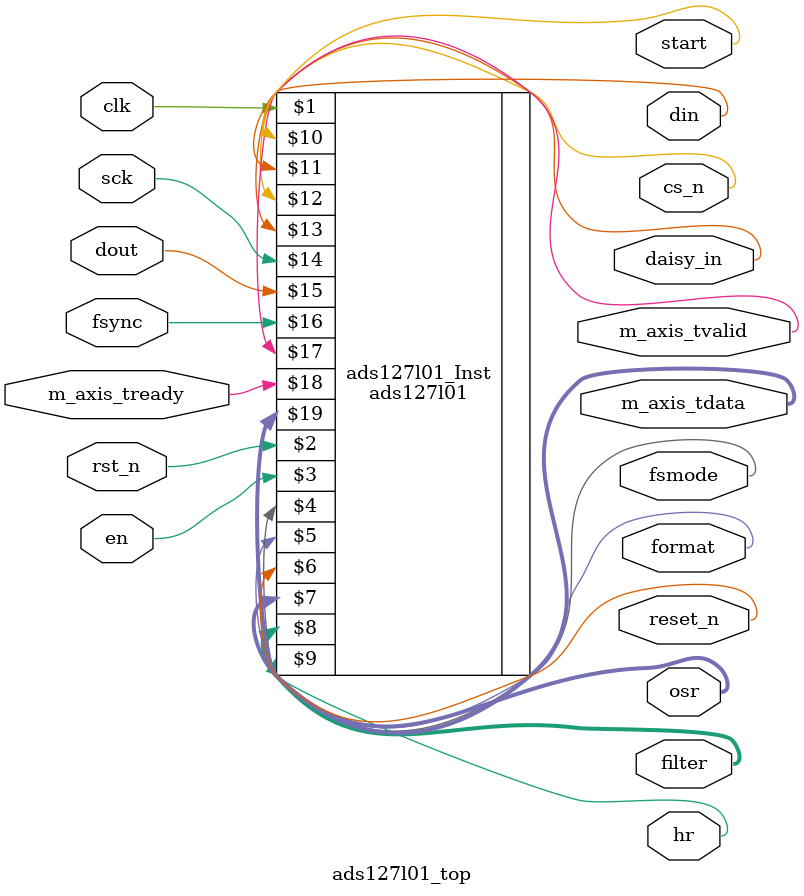
<source format=v>
`timescale 1ns/10ps

module ads127l01_top #(
    parameter integer DW=24
)(
    input wire clk,rst_n,en,
    output wire fsmode,
    output wire format,
    output wire reset_n,
    output wire [1:0] osr,
    output wire [1:0] filter,
    output wire hr,
    output wire start,
    output wire din,
    output wire cs_n,
    output wire daisy_in,
    input wire sck,
    input wire dout,
    input wire fsync,
    output wire m_axis_tvalid,
    input  wire  m_axis_tready,
    output wire [DW-1:0] m_axis_tdata
);
    ads127l01 #(DW) ads127l01_Inst(
        clk,rst_n,en,
        fsmode,format,reset_n,osr,filter,
        hr,start,
        din,cs_n,daisy_in,
        sck,dout,fsync,
        m_axis_tvalid,m_axis_tready,
        m_axis_tdata
    );
endmodule

</source>
